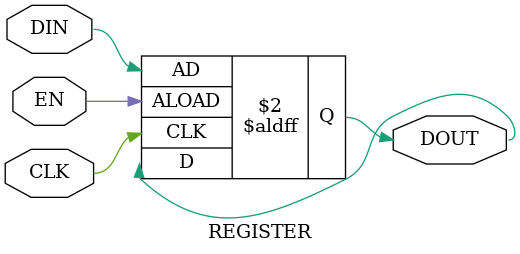
<source format=sv>
/***************************************************************************
 *** Filename: REGISTER.sv 			 Created by: Louis Tacata 11-09-2017 ***
 ***************************************************************************
 *** This module is a register design with no reset port. 				 ***
 ***************************************************************************/
`timescale 1 ns / 1 ns
module REGISTER(CLK, DIN, EN, DOUT);
	// port declarations
	parameter WIDTH = 1;
	input CLK, EN;
	input [WIDTH-1:0] DIN;
	output reg [WIDTH-1:0] DOUT;
	
	// register behavioral model
	always_ff @ (posedge CLK or posedge EN) begin
	if(EN)
		DOUT <= DIN;
	else
		DOUT <= DOUT;
	end
endmodule
</source>
